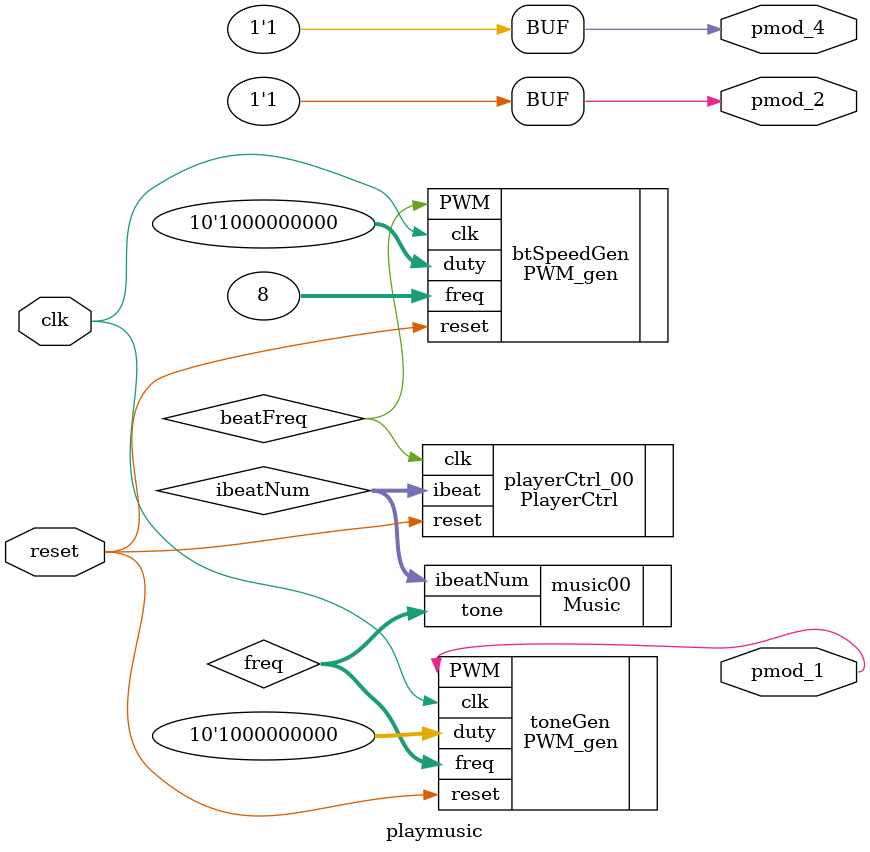
<source format=v>
module playmusic (
	input clk,
	input reset,
	output pmod_1,
	output pmod_2,
	output pmod_4
);
parameter BEAT_FREQ = 32'd8;	//one beat=0.125sec
parameter DUTY_BEST = 10'd512;	//duty cycle=50%

wire [31:0] freq;
wire [7:0] ibeatNum;
wire beatFreq;

assign pmod_2 = 1'd1;	//no gain(6dB)
assign pmod_4 = 1'd1;	//turn-on

//Generate beat speed
PWM_gen btSpeedGen ( .clk(clk), 
					 .reset(reset),
					 .freq(BEAT_FREQ),
					 .duty(DUTY_BEST), 
					 .PWM(beatFreq)
);
	
//manipulate beat
PlayerCtrl playerCtrl_00 ( .clk(beatFreq),
						   .reset(reset),
						   .ibeat(ibeatNum)
);	
	
//Generate variant freq. of tones
Music music00 ( .ibeatNum(ibeatNum),
				.tone(freq)
);

// Generate particular freq. signal
PWM_gen toneGen ( .clk(clk), 
				  .reset(reset), 
				  .freq(freq),
				  .duty(DUTY_BEST), 
				  .PWM(pmod_1)
);
endmodule
</source>
